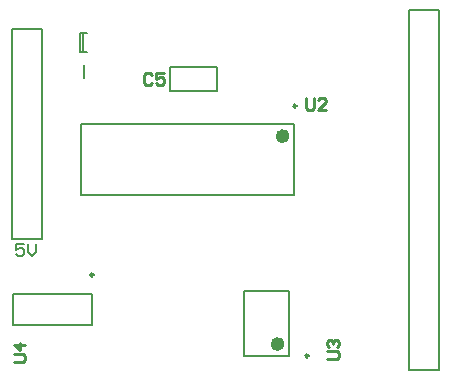
<source format=gto>
G04 Layer_Color=65535*
%FSLAX43Y43*%
%MOMM*%
G71*
G01*
G75*
%ADD17C,0.254*%
%ADD18C,0.200*%
%ADD29C,0.600*%
%ADD30C,0.250*%
D17*
X397Y635D02*
X1230D01*
X1397Y802D01*
Y1135D01*
X1230Y1301D01*
X397D01*
X1397Y2135D02*
X397D01*
X897Y1635D01*
Y2301D01*
X25146Y22971D02*
Y22138D01*
X25313Y21971D01*
X25646D01*
X25812Y22138D01*
Y22971D01*
X26812Y21971D02*
X26146D01*
X26812Y22637D01*
Y22804D01*
X26646Y22971D01*
X26312D01*
X26146Y22804D01*
X12096Y24963D02*
X11930Y25130D01*
X11597D01*
X11430Y24963D01*
Y24297D01*
X11597Y24130D01*
X11930D01*
X12096Y24297D01*
X13096Y25130D02*
X12430D01*
Y24630D01*
X12763Y24796D01*
X12930D01*
X13096Y24630D01*
Y24297D01*
X12930Y24130D01*
X12596D01*
X12430Y24297D01*
X26940Y889D02*
X27773D01*
X27940Y1056D01*
Y1389D01*
X27773Y1555D01*
X26940D01*
X27107Y1889D02*
X26940Y2055D01*
Y2389D01*
X27107Y2555D01*
X27274D01*
X27440Y2389D01*
Y2222D01*
Y2389D01*
X27607Y2555D01*
X27773D01*
X27940Y2389D01*
Y2055D01*
X27773Y1889D01*
D18*
X33909Y1905D02*
Y30480D01*
Y0D02*
Y1905D01*
Y0D02*
X36449D01*
Y30480D01*
X33909D02*
X36449D01*
X6063Y14780D02*
Y20780D01*
X24163Y14780D02*
Y20780D01*
X6063Y14780D02*
X24163D01*
X6063Y20780D02*
X24163D01*
X254Y11049D02*
Y28829D01*
Y11049D02*
X2794D01*
Y28829D01*
X254D02*
X2794D01*
X6050Y26886D02*
X6650D01*
X6050Y28486D02*
X6650D01*
X6050Y26886D02*
Y28486D01*
X6240Y26886D02*
Y28486D01*
X6350Y24723D02*
Y25823D01*
X333Y3780D02*
Y6380D01*
X7033Y3780D02*
Y6380D01*
X333Y3780D02*
X7033D01*
X333Y6380D02*
X7033D01*
X19944Y6687D02*
X23744D01*
X19944Y1187D02*
X23744D01*
X19944D02*
Y6687D01*
X23744Y1187D02*
Y6687D01*
X17621Y23638D02*
Y25638D01*
X13621Y23638D02*
Y25638D01*
X13621D02*
X17621D01*
X13621Y23638D02*
X17621D01*
X1301Y10652D02*
X635D01*
Y10152D01*
X968Y10318D01*
X1135D01*
X1301Y10152D01*
Y9819D01*
X1135Y9652D01*
X802D01*
X635Y9819D01*
X1635Y10652D02*
Y9985D01*
X1968Y9652D01*
X2301Y9985D01*
Y10652D01*
D29*
X23463Y19780D02*
G03*
X23463Y19780I-300J0D01*
G01*
X23044Y2187D02*
G03*
X23044Y2187I-300J0D01*
G01*
D30*
X24343Y22330D02*
G03*
X24343Y22330I-125J0D01*
G01*
X7158Y8030D02*
G03*
X7158Y8030I-125J0D01*
G01*
X25369Y1182D02*
G03*
X25369Y1182I-125J0D01*
G01*
M02*

</source>
